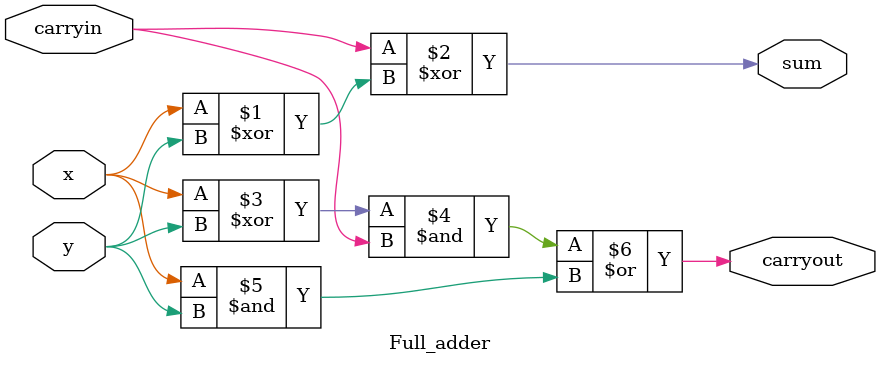
<source format=v>
`timescale 1ns / 1ps

module Full_adder(
	output sum,
	output carryout,
	input x,
	input y,
	input carryin
	);
	
	assign sum = carryin^(x^y);						// Sum = carry input ^ operand1 ^ operand2
	assign carryout = ((x^y)&carryin) | (x&y);	// CarryOut = ( (operand1 ^ operand2) & carry input ) OR (operand1 & operand2)

endmodule

</source>
